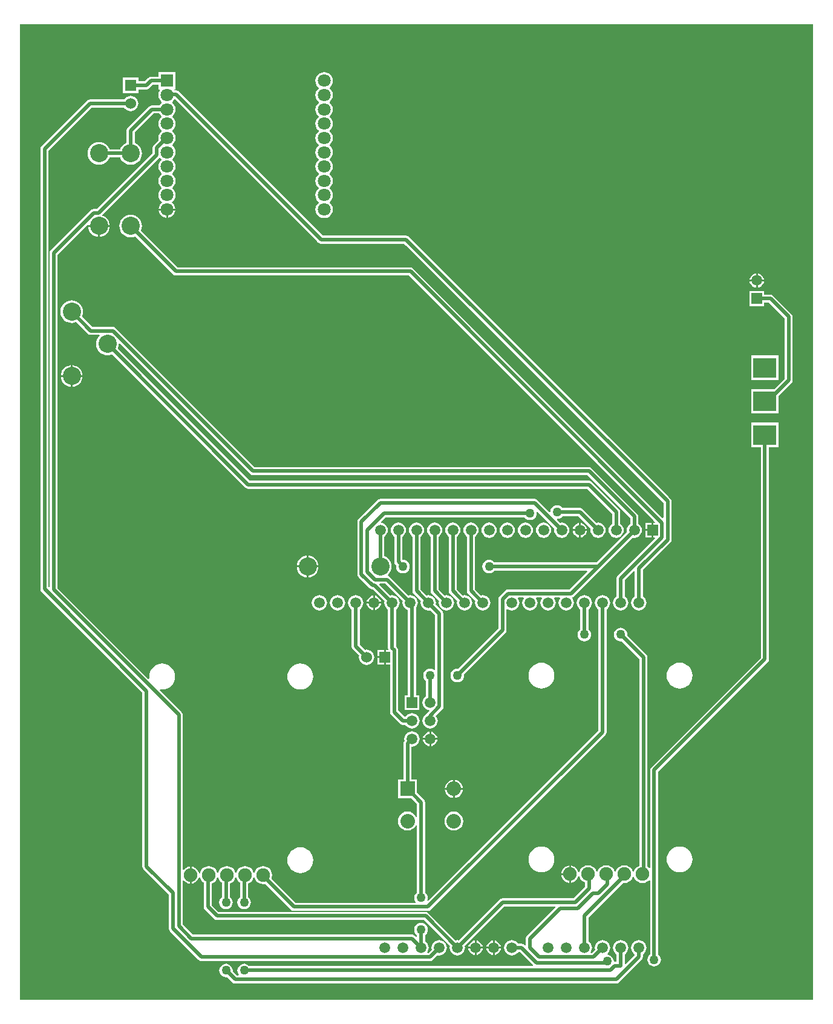
<source format=gbl>
%FSLAX43Y43*%
%MOMM*%
G71*
G01*
G75*
G04 Layer_Physical_Order=2*
G04 Layer_Color=16711680*
%ADD10C,0.508*%
%ADD11R,1.800X1.800*%
%ADD12C,1.800*%
%ADD13R,3.200X2.800*%
%ADD14C,1.500*%
%ADD15R,1.500X1.500*%
%ADD16C,2.032*%
%ADD17R,2.032X2.032*%
%ADD18C,1.524*%
%ADD19R,1.524X1.524*%
%ADD20C,2.540*%
%ADD21R,1.524X1.524*%
%ADD22C,1.905*%
%ADD23R,1.500X1.500*%
%ADD24C,1.270*%
G36*
X367937Y151130D02*
X367937Y151130D01*
X367937D01*
Y62593D01*
X256903D01*
Y180340D01*
X256903Y180340D01*
X256903Y180340D01*
Y180340D01*
Y199027D01*
X367937D01*
Y151130D01*
D02*
G37*
%LPC*%
G36*
X329898Y109730D02*
X329544Y109695D01*
X329204Y109591D01*
X328890Y109424D01*
X328616Y109198D01*
X328390Y108924D01*
X328223Y108610D01*
X328119Y108270D01*
X328084Y107916D01*
X328119Y107562D01*
X328223Y107222D01*
X328390Y106908D01*
X328616Y106634D01*
X328890Y106408D01*
X329204Y106241D01*
X329544Y106137D01*
X329898Y106102D01*
X330252Y106137D01*
X330592Y106241D01*
X330906Y106408D01*
X331180Y106634D01*
X331406Y106908D01*
X331573Y107222D01*
X331677Y107562D01*
X331712Y107916D01*
X331677Y108270D01*
X331573Y108610D01*
X331406Y108924D01*
X331180Y109198D01*
X330906Y109424D01*
X330592Y109591D01*
X330252Y109695D01*
X329898Y109730D01*
D02*
G37*
G36*
X296162Y109603D02*
X295808Y109568D01*
X295468Y109464D01*
X295154Y109297D01*
X294880Y109071D01*
X294654Y108797D01*
X294487Y108483D01*
X294383Y108143D01*
X294348Y107789D01*
X294383Y107435D01*
X294487Y107095D01*
X294654Y106781D01*
X294880Y106507D01*
X295154Y106281D01*
X295468Y106114D01*
X295808Y106010D01*
X296162Y105975D01*
X296516Y106010D01*
X296856Y106114D01*
X297170Y106281D01*
X297444Y106507D01*
X297670Y106781D01*
X297837Y107095D01*
X297941Y107435D01*
X297976Y107789D01*
X297941Y108143D01*
X297837Y108483D01*
X297670Y108797D01*
X297444Y109071D01*
X297170Y109297D01*
X296856Y109464D01*
X296516Y109568D01*
X296162Y109603D01*
D02*
G37*
G36*
X312420Y129334D02*
X312145Y129298D01*
X311888Y129191D01*
X311668Y129022D01*
X311499Y128802D01*
X311392Y128545D01*
X311356Y128270D01*
X311392Y127995D01*
X311499Y127738D01*
X311668Y127518D01*
X311850Y127378D01*
Y119761D01*
X311894Y119543D01*
X312017Y119358D01*
X313037Y118338D01*
X313007Y118110D01*
X313043Y117835D01*
X313150Y117578D01*
X313319Y117358D01*
X313539Y117189D01*
X313796Y117082D01*
X314071Y117046D01*
X314299Y117076D01*
X315025Y116350D01*
Y108741D01*
X314911Y108685D01*
X314799Y108771D01*
X314570Y108866D01*
X314325Y108898D01*
X314080Y108866D01*
X313851Y108771D01*
X313655Y108620D01*
X313504Y108424D01*
X313409Y108195D01*
X313377Y107950D01*
X313409Y107705D01*
X313504Y107476D01*
X313655Y107280D01*
X313755Y107203D01*
Y105032D01*
X313573Y104892D01*
X313404Y104672D01*
X313297Y104415D01*
X313261Y104140D01*
X313297Y103865D01*
X313404Y103608D01*
X313573Y103388D01*
X313793Y103219D01*
X314050Y103112D01*
X314166Y103097D01*
X314207Y102977D01*
X313922Y102692D01*
X313814Y102530D01*
X313793Y102521D01*
X313573Y102352D01*
X313404Y102132D01*
X313297Y101875D01*
X313261Y101600D01*
X313297Y101325D01*
X313404Y101068D01*
X313573Y100848D01*
X313793Y100679D01*
X314050Y100572D01*
X314325Y100536D01*
X314600Y100572D01*
X314857Y100679D01*
X315077Y100848D01*
X315246Y101068D01*
X315353Y101325D01*
X315389Y101600D01*
X315353Y101875D01*
X315246Y102132D01*
X315128Y102286D01*
X316037Y103195D01*
X316160Y103380D01*
X316204Y103598D01*
Y105449D01*
X316165Y105644D01*
Y116586D01*
X316121Y116804D01*
X315998Y116989D01*
X315105Y117882D01*
X315135Y118110D01*
X315099Y118385D01*
X314992Y118642D01*
X314823Y118862D01*
X314603Y119031D01*
X314346Y119138D01*
X314071Y119174D01*
X313843Y119144D01*
X312990Y119997D01*
Y127378D01*
X313172Y127518D01*
X313341Y127738D01*
X313448Y127995D01*
X313484Y128270D01*
X313448Y128545D01*
X313341Y128802D01*
X313172Y129022D01*
X312952Y129191D01*
X312695Y129298D01*
X312420Y129334D01*
D02*
G37*
G36*
X349248Y109730D02*
X348894Y109695D01*
X348554Y109591D01*
X348240Y109424D01*
X347966Y109198D01*
X347740Y108924D01*
X347573Y108610D01*
X347469Y108270D01*
X347434Y107916D01*
X347469Y107562D01*
X347573Y107222D01*
X347740Y106908D01*
X347966Y106634D01*
X348240Y106408D01*
X348554Y106241D01*
X348894Y106137D01*
X349248Y106102D01*
X349602Y106137D01*
X349942Y106241D01*
X350256Y106408D01*
X350530Y106634D01*
X350756Y106908D01*
X350923Y107222D01*
X351027Y107562D01*
X351062Y107916D01*
X351027Y108270D01*
X350923Y108610D01*
X350756Y108924D01*
X350530Y109198D01*
X350256Y109424D01*
X349942Y109591D01*
X349602Y109695D01*
X349248Y109730D01*
D02*
G37*
G36*
X314452Y100056D02*
Y99187D01*
X315321D01*
X315303Y99322D01*
X315202Y99566D01*
X315041Y99776D01*
X314831Y99937D01*
X314587Y100038D01*
X314452Y100056D01*
D02*
G37*
G36*
X314198Y98933D02*
X313329D01*
X313347Y98798D01*
X313448Y98554D01*
X313609Y98344D01*
X313819Y98183D01*
X314063Y98082D01*
X314198Y98064D01*
Y98933D01*
D02*
G37*
G36*
X317777Y93339D02*
Y92202D01*
X318914D01*
X318887Y92407D01*
X318759Y92715D01*
X318556Y92981D01*
X318290Y93184D01*
X317982Y93312D01*
X317777Y93339D01*
D02*
G37*
G36*
X314198Y100056D02*
X314063Y100038D01*
X313819Y99937D01*
X313609Y99776D01*
X313448Y99566D01*
X313347Y99322D01*
X313329Y99187D01*
X314198D01*
Y100056D01*
D02*
G37*
G36*
X315321Y98933D02*
X314452D01*
Y98064D01*
X314587Y98082D01*
X314831Y98183D01*
X315041Y98344D01*
X315202Y98554D01*
X315303Y98798D01*
X315321Y98933D01*
D02*
G37*
G36*
X314960Y129334D02*
X314685Y129298D01*
X314428Y129191D01*
X314208Y129022D01*
X314039Y128802D01*
X313932Y128545D01*
X313896Y128270D01*
X313932Y127995D01*
X314039Y127738D01*
X314208Y127518D01*
X314390Y127378D01*
Y119761D01*
X314434Y119543D01*
X314557Y119358D01*
X314557Y119358D01*
X314557Y119358D01*
X315577Y118338D01*
X315547Y118110D01*
X315583Y117835D01*
X315690Y117578D01*
X315859Y117358D01*
X316079Y117189D01*
X316336Y117082D01*
X316611Y117046D01*
X316886Y117082D01*
X317143Y117189D01*
X317363Y117358D01*
X317532Y117578D01*
X317639Y117835D01*
X317675Y118110D01*
X317639Y118385D01*
X317532Y118642D01*
X317363Y118862D01*
X317143Y119031D01*
X316886Y119138D01*
X316611Y119174D01*
X316383Y119144D01*
X315530Y119997D01*
Y127378D01*
X315712Y127518D01*
X315881Y127738D01*
X315988Y127995D01*
X316024Y128270D01*
X315988Y128545D01*
X315881Y128802D01*
X315712Y129022D01*
X315492Y129191D01*
X315235Y129298D01*
X314960Y129334D01*
D02*
G37*
G36*
X301371Y119174D02*
X301096Y119138D01*
X300839Y119031D01*
X300619Y118862D01*
X300450Y118642D01*
X300343Y118385D01*
X300307Y118110D01*
X300343Y117835D01*
X300450Y117578D01*
X300619Y117358D01*
X300839Y117189D01*
X301096Y117082D01*
X301371Y117046D01*
X301646Y117082D01*
X301903Y117189D01*
X302123Y117358D01*
X302292Y117578D01*
X302399Y117835D01*
X302435Y118110D01*
X302399Y118385D01*
X302292Y118642D01*
X302123Y118862D01*
X301903Y119031D01*
X301646Y119138D01*
X301371Y119174D01*
D02*
G37*
G36*
X320040Y129334D02*
X319765Y129298D01*
X319508Y129191D01*
X319288Y129022D01*
X319119Y128802D01*
X319012Y128545D01*
X318976Y128270D01*
X319012Y127995D01*
X319119Y127738D01*
X319288Y127518D01*
X319470Y127378D01*
Y119761D01*
X319514Y119543D01*
X319637Y119358D01*
X320657Y118338D01*
X320627Y118110D01*
X320663Y117835D01*
X320770Y117578D01*
X320939Y117358D01*
X321159Y117189D01*
X321416Y117082D01*
X321691Y117046D01*
X321966Y117082D01*
X322223Y117189D01*
X322443Y117358D01*
X322612Y117578D01*
X322719Y117835D01*
X322755Y118110D01*
X322719Y118385D01*
X322612Y118642D01*
X322443Y118862D01*
X322223Y119031D01*
X321966Y119138D01*
X321691Y119174D01*
X321463Y119144D01*
X320610Y119997D01*
Y127378D01*
X320792Y127518D01*
X320961Y127738D01*
X321068Y127995D01*
X321104Y128270D01*
X321068Y128545D01*
X320961Y128802D01*
X320792Y129022D01*
X320572Y129191D01*
X320315Y129298D01*
X320040Y129334D01*
D02*
G37*
G36*
X317500D02*
X317225Y129298D01*
X316968Y129191D01*
X316748Y129022D01*
X316579Y128802D01*
X316472Y128545D01*
X316436Y128270D01*
X316472Y127995D01*
X316579Y127738D01*
X316748Y127518D01*
X316930Y127378D01*
Y119761D01*
X316974Y119543D01*
X317097Y119358D01*
X317097Y119358D01*
X317097Y119358D01*
X318117Y118338D01*
X318087Y118110D01*
X318123Y117835D01*
X318230Y117578D01*
X318399Y117358D01*
X318619Y117189D01*
X318876Y117082D01*
X319151Y117046D01*
X319426Y117082D01*
X319683Y117189D01*
X319903Y117358D01*
X320072Y117578D01*
X320179Y117835D01*
X320215Y118110D01*
X320179Y118385D01*
X320072Y118642D01*
X319903Y118862D01*
X319683Y119031D01*
X319426Y119138D01*
X319151Y119174D01*
X318923Y119144D01*
X318070Y119997D01*
Y127378D01*
X318252Y127518D01*
X318421Y127738D01*
X318528Y127995D01*
X318564Y128270D01*
X318528Y128545D01*
X318421Y128802D01*
X318252Y129022D01*
X318032Y129191D01*
X317775Y129298D01*
X317500Y129334D01*
D02*
G37*
G36*
X298831Y119174D02*
X298556Y119138D01*
X298299Y119031D01*
X298079Y118862D01*
X297910Y118642D01*
X297803Y118385D01*
X297767Y118110D01*
X297803Y117835D01*
X297910Y117578D01*
X298079Y117358D01*
X298299Y117189D01*
X298556Y117082D01*
X298831Y117046D01*
X299106Y117082D01*
X299363Y117189D01*
X299583Y117358D01*
X299752Y117578D01*
X299859Y117835D01*
X299895Y118110D01*
X299859Y118385D01*
X299752Y118642D01*
X299583Y118862D01*
X299363Y119031D01*
X299106Y119138D01*
X298831Y119174D01*
D02*
G37*
G36*
X307848Y110363D02*
X306959D01*
Y109474D01*
X307848D01*
Y110363D01*
D02*
G37*
G36*
X303911Y119174D02*
X303636Y119138D01*
X303379Y119031D01*
X303159Y118862D01*
X302990Y118642D01*
X302883Y118385D01*
X302847Y118110D01*
X302883Y117835D01*
X302990Y117578D01*
X303159Y117358D01*
X303341Y117218D01*
Y112014D01*
X303385Y111796D01*
X303508Y111611D01*
X304390Y110729D01*
X304359Y110490D01*
X304396Y110212D01*
X304503Y109952D01*
X304674Y109729D01*
X304897Y109558D01*
X305157Y109451D01*
X305435Y109414D01*
X305714Y109451D01*
X305973Y109558D01*
X306196Y109729D01*
X306367Y109952D01*
X306474Y110212D01*
X306511Y110490D01*
X306474Y110768D01*
X306367Y111028D01*
X306196Y111251D01*
X305973Y111422D01*
X305714Y111529D01*
X305435Y111566D01*
X305196Y111535D01*
X304481Y112250D01*
Y117218D01*
X304663Y117358D01*
X304832Y117578D01*
X304939Y117835D01*
X304975Y118110D01*
X304939Y118385D01*
X304832Y118642D01*
X304663Y118862D01*
X304443Y119031D01*
X304186Y119138D01*
X303911Y119174D01*
D02*
G37*
G36*
X335915D02*
X335640Y119138D01*
X335383Y119031D01*
X335163Y118862D01*
X334994Y118642D01*
X334887Y118385D01*
X334851Y118110D01*
X334887Y117835D01*
X334994Y117578D01*
X335163Y117358D01*
X335345Y117218D01*
Y114412D01*
X335245Y114335D01*
X335094Y114139D01*
X334999Y113910D01*
X334967Y113665D01*
X334999Y113420D01*
X335094Y113191D01*
X335245Y112995D01*
X335441Y112844D01*
X335670Y112749D01*
X335915Y112717D01*
X336160Y112749D01*
X336389Y112844D01*
X336585Y112995D01*
X336736Y113191D01*
X336831Y113420D01*
X336863Y113665D01*
X336831Y113910D01*
X336736Y114139D01*
X336585Y114335D01*
X336485Y114412D01*
Y117218D01*
X336667Y117358D01*
X336836Y117578D01*
X336943Y117835D01*
X336979Y118110D01*
X336943Y118385D01*
X336836Y118642D01*
X336667Y118862D01*
X336447Y119031D01*
X336190Y119138D01*
X335915Y119174D01*
D02*
G37*
G36*
X307848Y111506D02*
X306959D01*
Y110617D01*
X307848D01*
Y111506D01*
D02*
G37*
G36*
X323088Y70846D02*
X322953Y70828D01*
X322709Y70727D01*
X322499Y70566D01*
X322338Y70356D01*
X322237Y70112D01*
X322219Y69977D01*
X323088D01*
Y70846D01*
D02*
G37*
G36*
X320802D02*
Y69977D01*
X321671D01*
X321653Y70112D01*
X321552Y70356D01*
X321391Y70566D01*
X321181Y70727D01*
X320937Y70828D01*
X320802Y70846D01*
D02*
G37*
G36*
X333756Y80010D02*
X332683D01*
X332708Y79822D01*
X332829Y79529D01*
X333023Y79277D01*
X333275Y79083D01*
X333568Y78962D01*
X333756Y78937D01*
Y80010D01*
D02*
G37*
G36*
X323342Y70846D02*
Y69977D01*
X324211D01*
X324193Y70112D01*
X324092Y70356D01*
X323931Y70566D01*
X323721Y70727D01*
X323477Y70828D01*
X323342Y70846D01*
D02*
G37*
G36*
X320548D02*
X320413Y70828D01*
X320169Y70727D01*
X319959Y70566D01*
X319798Y70356D01*
X319697Y70112D01*
X319679Y69977D01*
X320548D01*
Y70846D01*
D02*
G37*
G36*
X321671Y69723D02*
X320802D01*
Y68854D01*
X320937Y68872D01*
X321181Y68973D01*
X321391Y69134D01*
X321552Y69344D01*
X321653Y69588D01*
X321671Y69723D01*
D02*
G37*
G36*
X320548D02*
X319679D01*
X319697Y69588D01*
X319798Y69344D01*
X319959Y69134D01*
X320169Y68973D01*
X320413Y68872D01*
X320548Y68854D01*
Y69723D01*
D02*
G37*
G36*
X324211D02*
X323342D01*
Y68854D01*
X323477Y68872D01*
X323721Y68973D01*
X323931Y69134D01*
X324092Y69344D01*
X324193Y69588D01*
X324211Y69723D01*
D02*
G37*
G36*
X323088D02*
X322219D01*
X322237Y69588D01*
X322338Y69344D01*
X322499Y69134D01*
X322709Y68973D01*
X322953Y68872D01*
X323088Y68854D01*
Y69723D01*
D02*
G37*
G36*
X317523Y91948D02*
X316386D01*
X316413Y91743D01*
X316541Y91435D01*
X316744Y91169D01*
X317010Y90966D01*
X317318Y90838D01*
X317523Y90811D01*
Y91948D01*
D02*
G37*
G36*
X317650Y88907D02*
X317305Y88862D01*
X316984Y88729D01*
X316708Y88517D01*
X316496Y88241D01*
X316363Y87920D01*
X316318Y87575D01*
X316363Y87230D01*
X316496Y86909D01*
X316708Y86633D01*
X316984Y86421D01*
X317305Y86288D01*
X317650Y86243D01*
X317995Y86288D01*
X318316Y86421D01*
X318592Y86633D01*
X318804Y86909D01*
X318937Y87230D01*
X318982Y87575D01*
X318937Y87920D01*
X318804Y88241D01*
X318592Y88517D01*
X318316Y88729D01*
X317995Y88862D01*
X317650Y88907D01*
D02*
G37*
G36*
X317523Y93339D02*
X317318Y93312D01*
X317010Y93184D01*
X316744Y92981D01*
X316541Y92715D01*
X316413Y92407D01*
X316386Y92202D01*
X317523D01*
Y93339D01*
D02*
G37*
G36*
X318914Y91948D02*
X317777D01*
Y90811D01*
X317982Y90838D01*
X318290Y90966D01*
X318556Y91169D01*
X318759Y91435D01*
X318887Y91743D01*
X318914Y91948D01*
D02*
G37*
G36*
X363080Y143305D02*
X359270D01*
Y139895D01*
X360605D01*
Y110434D01*
X345278Y95107D01*
X345155Y94922D01*
X345112Y94704D01*
Y81007D01*
X344991Y80966D01*
X344940Y81034D01*
X344740Y81187D01*
Y110490D01*
X344696Y110708D01*
X344573Y110893D01*
X341926Y113539D01*
X341943Y113665D01*
X341911Y113910D01*
X341816Y114139D01*
X341665Y114335D01*
X341469Y114486D01*
X341240Y114581D01*
X340995Y114613D01*
X340750Y114581D01*
X340521Y114486D01*
X340325Y114335D01*
X340174Y114139D01*
X340079Y113910D01*
X340047Y113665D01*
X340079Y113420D01*
X340174Y113191D01*
X340325Y112995D01*
X340521Y112844D01*
X340750Y112749D01*
X340995Y112717D01*
X341121Y112734D01*
X343600Y110254D01*
Y81314D01*
X343409Y81235D01*
X343146Y81034D01*
X342945Y80771D01*
X342836Y80510D01*
X342710D01*
X342601Y80771D01*
X342400Y81034D01*
X342137Y81235D01*
X341831Y81362D01*
X341503Y81405D01*
X341175Y81362D01*
X340869Y81235D01*
X340606Y81034D01*
X340405Y80771D01*
X340297Y80510D01*
X340169D01*
X340061Y80771D01*
X339860Y81034D01*
X339597Y81235D01*
X339291Y81362D01*
X338963Y81405D01*
X338635Y81362D01*
X338329Y81235D01*
X338066Y81034D01*
X337865Y80771D01*
X337757Y80510D01*
X337629D01*
X337521Y80771D01*
X337320Y81034D01*
X337057Y81235D01*
X336751Y81362D01*
X336423Y81405D01*
X336095Y81362D01*
X335789Y81235D01*
X335526Y81034D01*
X335325Y80771D01*
X335198Y80465D01*
X335191Y80411D01*
X335064D01*
X335058Y80452D01*
X334937Y80745D01*
X334743Y80997D01*
X334491Y81191D01*
X334198Y81312D01*
X334010Y81337D01*
Y80137D01*
Y78937D01*
X334198Y78962D01*
X334491Y79083D01*
X334743Y79277D01*
X334937Y79529D01*
X335058Y79822D01*
X335064Y79863D01*
X335191D01*
X335198Y79809D01*
X335325Y79503D01*
X335526Y79240D01*
X335789Y79039D01*
X335980Y78960D01*
Y78341D01*
X334409Y76770D01*
X324485D01*
X324267Y76726D01*
X324082Y76603D01*
X318363Y70884D01*
X318135Y70914D01*
X317907Y70884D01*
X314093Y74698D01*
X313908Y74821D01*
X313690Y74865D01*
X284716D01*
X283780Y75801D01*
Y78832D01*
X283971Y78912D01*
X284234Y79113D01*
X284435Y79376D01*
X284543Y79637D01*
X284671D01*
X284779Y79376D01*
X284980Y79113D01*
X285180Y78960D01*
Y76947D01*
X285080Y76870D01*
X284929Y76674D01*
X284834Y76445D01*
X284802Y76200D01*
X284834Y75955D01*
X284929Y75726D01*
X285080Y75530D01*
X285276Y75379D01*
X285505Y75284D01*
X285750Y75252D01*
X285995Y75284D01*
X286224Y75379D01*
X286420Y75530D01*
X286571Y75726D01*
X286666Y75955D01*
X286698Y76200D01*
X286666Y76445D01*
X286571Y76674D01*
X286420Y76870D01*
X286320Y76947D01*
Y78832D01*
X286511Y78912D01*
X286774Y79113D01*
X286975Y79376D01*
X287083Y79637D01*
X287211D01*
X287319Y79376D01*
X287520Y79113D01*
X287720Y78960D01*
Y76947D01*
X287620Y76870D01*
X287469Y76674D01*
X287374Y76445D01*
X287342Y76200D01*
X287374Y75955D01*
X287469Y75726D01*
X287620Y75530D01*
X287816Y75379D01*
X288045Y75284D01*
X288290Y75252D01*
X288535Y75284D01*
X288764Y75379D01*
X288960Y75530D01*
X289111Y75726D01*
X289206Y75955D01*
X289238Y76200D01*
X289206Y76445D01*
X289111Y76674D01*
X288960Y76870D01*
X288860Y76947D01*
Y78832D01*
X289051Y78912D01*
X289314Y79113D01*
X289515Y79376D01*
X289624Y79637D01*
X289750D01*
X289859Y79376D01*
X290060Y79113D01*
X290323Y78912D01*
X290629Y78785D01*
X290957Y78742D01*
X291253Y78781D01*
X294872Y75162D01*
X295057Y75039D01*
X295275Y74995D01*
X313995D01*
X314213Y75039D01*
X314398Y75162D01*
X338858Y99622D01*
X338981Y99807D01*
X339025Y100025D01*
X339025Y100025D01*
X339025Y100025D01*
Y100025D01*
Y117218D01*
X339207Y117358D01*
X339376Y117578D01*
X339483Y117835D01*
X339519Y118110D01*
X339483Y118385D01*
X339376Y118642D01*
X339207Y118862D01*
X338987Y119031D01*
X338730Y119138D01*
X338455Y119174D01*
X338180Y119138D01*
X337923Y119031D01*
X337703Y118862D01*
X337534Y118642D01*
X337427Y118385D01*
X337391Y118110D01*
X337427Y117835D01*
X337534Y117578D01*
X337703Y117358D01*
X337885Y117218D01*
Y100261D01*
X314029Y76405D01*
X313923Y76475D01*
X313971Y76590D01*
X314003Y76835D01*
X313971Y77080D01*
X313876Y77309D01*
X313725Y77505D01*
X313625Y77582D01*
Y90170D01*
X313581Y90388D01*
X313458Y90573D01*
X312471Y91560D01*
Y93396D01*
X311720D01*
Y97939D01*
X311785Y97996D01*
X312060Y98032D01*
X312317Y98139D01*
X312537Y98308D01*
X312706Y98528D01*
X312813Y98785D01*
X312849Y99060D01*
X312813Y99335D01*
X312706Y99592D01*
X312537Y99812D01*
X312317Y99981D01*
X312060Y100088D01*
X311785Y100124D01*
X311510Y100088D01*
X311253Y99981D01*
X311033Y99812D01*
X310864Y99592D01*
X310757Y99335D01*
X310721Y99060D01*
X310751Y98832D01*
X310747Y98828D01*
X310624Y98643D01*
X310580Y98425D01*
Y93396D01*
X309829D01*
Y90754D01*
X311665D01*
X312485Y89934D01*
Y88128D01*
X312361Y88104D01*
X312304Y88241D01*
X312092Y88517D01*
X311816Y88729D01*
X311495Y88862D01*
X311150Y88907D01*
X310805Y88862D01*
X310484Y88729D01*
X310208Y88517D01*
X309996Y88241D01*
X309863Y87920D01*
X309818Y87575D01*
X309863Y87230D01*
X309996Y86909D01*
X310208Y86633D01*
X310484Y86421D01*
X310805Y86288D01*
X311150Y86243D01*
X311495Y86288D01*
X311816Y86421D01*
X312092Y86633D01*
X312304Y86909D01*
X312361Y87046D01*
X312485Y87022D01*
Y77582D01*
X312385Y77505D01*
X312234Y77309D01*
X312139Y77080D01*
X312107Y76835D01*
X312139Y76590D01*
X312234Y76361D01*
X312320Y76249D01*
X312264Y76135D01*
X295511D01*
X292118Y79528D01*
X292182Y79682D01*
X292225Y80010D01*
X292182Y80338D01*
X292055Y80644D01*
X291854Y80907D01*
X291591Y81108D01*
X291285Y81235D01*
X290957Y81278D01*
X290629Y81235D01*
X290323Y81108D01*
X290060Y80907D01*
X289859Y80644D01*
X289750Y80383D01*
X289624D01*
X289515Y80644D01*
X289314Y80907D01*
X289051Y81108D01*
X288745Y81235D01*
X288417Y81278D01*
X288089Y81235D01*
X287783Y81108D01*
X287520Y80907D01*
X287319Y80644D01*
X287211Y80383D01*
X287083D01*
X286975Y80644D01*
X286774Y80907D01*
X286511Y81108D01*
X286205Y81235D01*
X285877Y81278D01*
X285549Y81235D01*
X285243Y81108D01*
X284980Y80907D01*
X284779Y80644D01*
X284671Y80383D01*
X284543D01*
X284435Y80644D01*
X284234Y80907D01*
X283971Y81108D01*
X283665Y81235D01*
X283337Y81278D01*
X283009Y81235D01*
X282703Y81108D01*
X282440Y80907D01*
X282239Y80644D01*
X282112Y80338D01*
X282105Y80284D01*
X281978D01*
X281972Y80325D01*
X281851Y80618D01*
X281658Y80870D01*
X281405Y81064D01*
X281112Y81185D01*
X280924Y81210D01*
Y80010D01*
Y78810D01*
X281112Y78835D01*
X281405Y78956D01*
X281658Y79150D01*
X281851Y79402D01*
X281972Y79695D01*
X281978Y79736D01*
X282105D01*
X282112Y79682D01*
X282239Y79376D01*
X282440Y79113D01*
X282640Y78960D01*
Y75565D01*
X282684Y75347D01*
X282807Y75162D01*
X282807Y75162D01*
X282807Y75162D01*
X284077Y73892D01*
X284262Y73769D01*
X284480Y73725D01*
X313454D01*
X317101Y70078D01*
X317071Y69850D01*
X317107Y69575D01*
X317214Y69318D01*
X317383Y69098D01*
X317603Y68929D01*
X317860Y68822D01*
X318135Y68786D01*
X318410Y68822D01*
X318667Y68929D01*
X318887Y69098D01*
X319056Y69318D01*
X319163Y69575D01*
X319199Y69850D01*
X319169Y70078D01*
X324721Y75630D01*
X331834D01*
X331882Y75513D01*
X327892Y71523D01*
X327769Y71338D01*
X327725Y71120D01*
Y70242D01*
X327608Y70193D01*
X327548Y70253D01*
X327364Y70376D01*
X327146Y70420D01*
X326647D01*
X326507Y70602D01*
X326287Y70771D01*
X326030Y70878D01*
X325755Y70914D01*
X325480Y70878D01*
X325223Y70771D01*
X325003Y70602D01*
X324834Y70382D01*
X324727Y70125D01*
X324691Y69850D01*
X324727Y69575D01*
X324834Y69318D01*
X325003Y69098D01*
X325223Y68929D01*
X325480Y68822D01*
X325755Y68786D01*
X326030Y68822D01*
X326287Y68929D01*
X326507Y69098D01*
X326647Y69280D01*
X326910D01*
X328751Y67438D01*
X328703Y67321D01*
X288979D01*
X288960Y67345D01*
X288764Y67496D01*
X288535Y67591D01*
X288290Y67623D01*
X288045Y67591D01*
X287816Y67496D01*
X287620Y67345D01*
X287469Y67149D01*
X287374Y66920D01*
X287342Y66675D01*
X287374Y66430D01*
X287469Y66201D01*
X287555Y66089D01*
X287499Y65975D01*
X287256D01*
X286681Y66549D01*
X286698Y66675D01*
X286666Y66920D01*
X286571Y67149D01*
X286420Y67345D01*
X286224Y67496D01*
X285995Y67591D01*
X285750Y67623D01*
X285505Y67591D01*
X285276Y67496D01*
X285080Y67345D01*
X284929Y67149D01*
X284834Y66920D01*
X284802Y66675D01*
X284834Y66430D01*
X284929Y66201D01*
X285080Y66005D01*
X285276Y65854D01*
X285505Y65759D01*
X285750Y65727D01*
X285876Y65744D01*
X286617Y65002D01*
X286802Y64879D01*
X287020Y64835D01*
X340360D01*
X340578Y64879D01*
X340763Y65002D01*
X343938Y68177D01*
X344061Y68362D01*
X344105Y68580D01*
Y68958D01*
X344287Y69098D01*
X344456Y69318D01*
X344563Y69575D01*
X344599Y69850D01*
X344563Y70125D01*
X344456Y70382D01*
X344287Y70602D01*
X344067Y70771D01*
X343810Y70878D01*
X343535Y70914D01*
X343260Y70878D01*
X343003Y70771D01*
X342783Y70602D01*
X342614Y70382D01*
X342507Y70125D01*
X342471Y69850D01*
X342507Y69575D01*
X342614Y69318D01*
X342783Y69098D01*
X342965Y68958D01*
Y68816D01*
X341682Y67533D01*
X341565Y67581D01*
Y68958D01*
X341747Y69098D01*
X341916Y69318D01*
X342023Y69575D01*
X342059Y69850D01*
X342023Y70125D01*
X341916Y70382D01*
X341747Y70602D01*
X341527Y70771D01*
X341270Y70878D01*
X340995Y70914D01*
X340720Y70878D01*
X340463Y70771D01*
X340243Y70602D01*
X340074Y70382D01*
X339967Y70125D01*
X339931Y69850D01*
X339967Y69575D01*
X340074Y69318D01*
X340243Y69098D01*
X340425Y68958D01*
Y67880D01*
X340143D01*
X340140Y67879D01*
X340037Y67953D01*
X340006Y68190D01*
X339911Y68419D01*
X339760Y68615D01*
X339564Y68766D01*
X339335Y68861D01*
X339127Y68888D01*
X339094Y69011D01*
X339207Y69098D01*
X339376Y69318D01*
X339483Y69575D01*
X339519Y69850D01*
X339483Y70125D01*
X339376Y70382D01*
X339207Y70602D01*
X338987Y70771D01*
X338730Y70878D01*
X338455Y70914D01*
X338180Y70878D01*
X337923Y70771D01*
X337703Y70602D01*
X337534Y70382D01*
X337427Y70125D01*
X337391Y69850D01*
X337421Y69622D01*
X336928Y69128D01*
X336802Y69149D01*
X336765Y69225D01*
X336836Y69318D01*
X336943Y69575D01*
X336979Y69850D01*
X336943Y70125D01*
X336836Y70382D01*
X336667Y70602D01*
X336485Y70742D01*
Y74059D01*
X341319Y78893D01*
X341503Y78869D01*
X341831Y78912D01*
X342137Y79039D01*
X342400Y79240D01*
X342601Y79503D01*
X342710Y79764D01*
X342836D01*
X342945Y79503D01*
X343146Y79240D01*
X343409Y79039D01*
X343715Y78912D01*
X344043Y78869D01*
X344371Y78912D01*
X344677Y79039D01*
X344940Y79240D01*
X344991Y79308D01*
X345112Y79267D01*
Y68934D01*
X345011Y68857D01*
X344860Y68660D01*
X344766Y68432D01*
X344733Y68186D01*
X344766Y67941D01*
X344860Y67712D01*
X345011Y67516D01*
X345207Y67365D01*
X345436Y67271D01*
X345681Y67238D01*
X345927Y67271D01*
X346155Y67365D01*
X346352Y67516D01*
X346502Y67712D01*
X346597Y67941D01*
X346629Y68186D01*
X346597Y68432D01*
X346502Y68660D01*
X346352Y68857D01*
X346251Y68934D01*
Y94468D01*
X361578Y109795D01*
X361578Y109795D01*
X361578Y109795D01*
X361701Y109980D01*
X361745Y110198D01*
Y139895D01*
X363080D01*
Y143305D01*
D02*
G37*
G36*
X296162Y83903D02*
X295808Y83868D01*
X295468Y83764D01*
X295154Y83597D01*
X294880Y83371D01*
X294654Y83097D01*
X294487Y82783D01*
X294383Y82443D01*
X294348Y82089D01*
X294383Y81735D01*
X294487Y81395D01*
X294654Y81081D01*
X294880Y80807D01*
X295154Y80581D01*
X295468Y80414D01*
X295808Y80310D01*
X296162Y80275D01*
X296516Y80310D01*
X296856Y80414D01*
X297170Y80581D01*
X297444Y80807D01*
X297670Y81081D01*
X297837Y81395D01*
X297941Y81735D01*
X297976Y82089D01*
X297941Y82443D01*
X297837Y82783D01*
X297670Y83097D01*
X297444Y83371D01*
X297170Y83597D01*
X296856Y83764D01*
X296516Y83868D01*
X296162Y83903D01*
D02*
G37*
G36*
X333756Y81337D02*
X333568Y81312D01*
X333275Y81191D01*
X333023Y80997D01*
X332829Y80745D01*
X332708Y80452D01*
X332683Y80264D01*
X333756D01*
Y81337D01*
D02*
G37*
G36*
X349248Y84030D02*
X348894Y83995D01*
X348554Y83891D01*
X348240Y83724D01*
X347966Y83498D01*
X347740Y83224D01*
X347573Y82910D01*
X347469Y82570D01*
X347434Y82216D01*
X347469Y81862D01*
X347573Y81522D01*
X347740Y81208D01*
X347966Y80934D01*
X348240Y80708D01*
X348554Y80541D01*
X348894Y80437D01*
X349248Y80402D01*
X349602Y80437D01*
X349942Y80541D01*
X350256Y80708D01*
X350530Y80934D01*
X350756Y81208D01*
X350923Y81522D01*
X351027Y81862D01*
X351062Y82216D01*
X351027Y82570D01*
X350923Y82910D01*
X350756Y83224D01*
X350530Y83498D01*
X350256Y83724D01*
X349942Y83891D01*
X349602Y83995D01*
X349248Y84030D01*
D02*
G37*
G36*
X329898D02*
X329544Y83995D01*
X329204Y83891D01*
X328890Y83724D01*
X328616Y83498D01*
X328390Y83224D01*
X328223Y82910D01*
X328119Y82570D01*
X328084Y82216D01*
X328119Y81862D01*
X328223Y81522D01*
X328390Y81208D01*
X328616Y80934D01*
X328890Y80708D01*
X329204Y80541D01*
X329544Y80437D01*
X329898Y80402D01*
X330252Y80437D01*
X330592Y80541D01*
X330906Y80708D01*
X331180Y80934D01*
X331406Y81208D01*
X331573Y81522D01*
X331677Y81862D01*
X331712Y82216D01*
X331677Y82570D01*
X331573Y82910D01*
X331406Y83224D01*
X331180Y83498D01*
X330906Y83724D01*
X330592Y83891D01*
X330252Y83995D01*
X329898Y84030D01*
D02*
G37*
G36*
X264033Y151349D02*
X263861Y151332D01*
X263574Y151245D01*
X263309Y151103D01*
X263077Y150913D01*
X262887Y150681D01*
X262745Y150416D01*
X262658Y150129D01*
X262641Y149957D01*
X264033D01*
Y151349D01*
D02*
G37*
G36*
X363080Y152705D02*
X359270D01*
Y149295D01*
X363080D01*
Y152705D01*
D02*
G37*
G36*
X359918Y163068D02*
X359049D01*
X359067Y162933D01*
X359168Y162689D01*
X359329Y162479D01*
X359539Y162318D01*
X359783Y162217D01*
X359918Y162199D01*
Y163068D01*
D02*
G37*
G36*
X264287Y151349D02*
Y149957D01*
X265679D01*
X265662Y150129D01*
X265575Y150416D01*
X265433Y150681D01*
X265243Y150913D01*
X265011Y151103D01*
X264746Y151245D01*
X264459Y151332D01*
X264287Y151349D01*
D02*
G37*
G36*
X361100Y161710D02*
X358990D01*
Y159600D01*
X361100D01*
Y160085D01*
X361714D01*
X363920Y157879D01*
Y149461D01*
X362464Y148005D01*
X359270D01*
Y144595D01*
X363080D01*
Y147009D01*
X364893Y148822D01*
X364893Y148822D01*
X364893Y148822D01*
X365016Y149007D01*
X365060Y149225D01*
Y158115D01*
X365016Y158333D01*
X364893Y158518D01*
X362353Y161058D01*
X362168Y161181D01*
X361950Y161225D01*
X361100D01*
Y161710D01*
D02*
G37*
G36*
X345313Y129274D02*
X344436D01*
Y128397D01*
X345313D01*
Y129274D01*
D02*
G37*
G36*
X335407Y129266D02*
Y128397D01*
X336276D01*
X336258Y128532D01*
X336157Y128776D01*
X335996Y128986D01*
X335786Y129147D01*
X335542Y129248D01*
X335407Y129266D01*
D02*
G37*
G36*
X265679Y149703D02*
X264287D01*
Y148311D01*
X264459Y148328D01*
X264746Y148415D01*
X265011Y148557D01*
X265243Y148747D01*
X265433Y148979D01*
X265575Y149244D01*
X265662Y149531D01*
X265679Y149703D01*
D02*
G37*
G36*
X264033D02*
X262641D01*
X262658Y149531D01*
X262745Y149244D01*
X262887Y148979D01*
X263077Y148747D01*
X263309Y148557D01*
X263574Y148415D01*
X263861Y148328D01*
X264033Y148311D01*
Y149703D01*
D02*
G37*
G36*
X277368Y173008D02*
X276348D01*
X276371Y172834D01*
X276487Y172553D01*
X276672Y172312D01*
X276913Y172127D01*
X277194Y172011D01*
X277368Y171988D01*
Y173008D01*
D02*
G37*
G36*
X299491Y192350D02*
X299176Y192309D01*
X298883Y192187D01*
X298632Y191994D01*
X298439Y191743D01*
X298317Y191450D01*
X298276Y191135D01*
X298317Y190820D01*
X298439Y190527D01*
X298632Y190276D01*
X298732Y190199D01*
Y190072D01*
X298632Y189994D01*
X298439Y189743D01*
X298317Y189450D01*
X298276Y189135D01*
X298317Y188820D01*
X298439Y188527D01*
X298632Y188276D01*
X298732Y188199D01*
Y188072D01*
X298632Y187994D01*
X298439Y187743D01*
X298317Y187450D01*
X298276Y187135D01*
X298317Y186820D01*
X298439Y186527D01*
X298632Y186276D01*
X298732Y186199D01*
Y186072D01*
X298632Y185994D01*
X298439Y185743D01*
X298317Y185450D01*
X298276Y185135D01*
X298317Y184820D01*
X298439Y184527D01*
X298632Y184276D01*
X298732Y184199D01*
Y184072D01*
X298632Y183994D01*
X298439Y183743D01*
X298317Y183450D01*
X298276Y183135D01*
X298317Y182820D01*
X298439Y182527D01*
X298632Y182276D01*
X298732Y182199D01*
Y182072D01*
X298632Y181994D01*
X298439Y181743D01*
X298317Y181450D01*
X298276Y181135D01*
X298317Y180820D01*
X298439Y180527D01*
X298632Y180276D01*
X298732Y180199D01*
Y180072D01*
X298632Y179994D01*
X298439Y179743D01*
X298317Y179450D01*
X298276Y179135D01*
X298317Y178820D01*
X298439Y178527D01*
X298632Y178276D01*
X298732Y178199D01*
Y178072D01*
X298632Y177994D01*
X298439Y177743D01*
X298317Y177450D01*
X298276Y177135D01*
X298317Y176820D01*
X298439Y176527D01*
X298632Y176276D01*
X298732Y176199D01*
Y176072D01*
X298632Y175994D01*
X298439Y175743D01*
X298317Y175450D01*
X298276Y175135D01*
X298317Y174820D01*
X298439Y174527D01*
X298632Y174276D01*
X298732Y174199D01*
Y174072D01*
X298632Y173994D01*
X298439Y173743D01*
X298317Y173450D01*
X298276Y173135D01*
X298317Y172820D01*
X298439Y172527D01*
X298632Y172276D01*
X298883Y172083D01*
X299176Y171961D01*
X299491Y171920D01*
X299806Y171961D01*
X300099Y172083D01*
X300350Y172276D01*
X300543Y172527D01*
X300665Y172820D01*
X300706Y173135D01*
X300665Y173450D01*
X300543Y173743D01*
X300350Y173994D01*
X300250Y174072D01*
Y174199D01*
X300350Y174276D01*
X300543Y174527D01*
X300665Y174820D01*
X300706Y175135D01*
X300665Y175450D01*
X300543Y175743D01*
X300350Y175994D01*
X300250Y176072D01*
Y176199D01*
X300350Y176276D01*
X300543Y176527D01*
X300665Y176820D01*
X300706Y177135D01*
X300665Y177450D01*
X300543Y177743D01*
X300350Y177994D01*
X300250Y178072D01*
Y178199D01*
X300350Y178276D01*
X300543Y178527D01*
X300665Y178820D01*
X300706Y179135D01*
X300665Y179450D01*
X300543Y179743D01*
X300350Y179994D01*
X300250Y180072D01*
Y180199D01*
X300350Y180276D01*
X300543Y180527D01*
X300665Y180820D01*
X300706Y181135D01*
X300665Y181450D01*
X300543Y181743D01*
X300350Y181994D01*
X300250Y182072D01*
Y182199D01*
X300350Y182276D01*
X300543Y182527D01*
X300665Y182820D01*
X300706Y183135D01*
X300665Y183450D01*
X300543Y183743D01*
X300350Y183994D01*
X300250Y184072D01*
Y184199D01*
X300350Y184276D01*
X300543Y184527D01*
X300665Y184820D01*
X300706Y185135D01*
X300665Y185450D01*
X300543Y185743D01*
X300350Y185994D01*
X300250Y186072D01*
Y186199D01*
X300350Y186276D01*
X300543Y186527D01*
X300665Y186820D01*
X300706Y187135D01*
X300665Y187450D01*
X300543Y187743D01*
X300350Y187994D01*
X300250Y188072D01*
Y188199D01*
X300350Y188276D01*
X300543Y188527D01*
X300665Y188820D01*
X300706Y189135D01*
X300665Y189450D01*
X300543Y189743D01*
X300350Y189994D01*
X300250Y190072D01*
Y190199D01*
X300350Y190276D01*
X300543Y190527D01*
X300665Y190820D01*
X300706Y191135D01*
X300665Y191450D01*
X300543Y191743D01*
X300350Y191994D01*
X300099Y192187D01*
X299806Y192309D01*
X299491Y192350D01*
D02*
G37*
G36*
X278700Y192340D02*
X276290D01*
Y191705D01*
X275260D01*
X275042Y191661D01*
X274857Y191538D01*
X274389Y191070D01*
X273482D01*
Y191567D01*
X271348D01*
Y189433D01*
X273482D01*
Y189930D01*
X274625D01*
X274843Y189974D01*
X275028Y190097D01*
X275028Y190097D01*
X275028Y190097D01*
X275496Y190565D01*
X276290D01*
Y189930D01*
X276443D01*
X276499Y189816D01*
X276443Y189743D01*
X276321Y189450D01*
X276280Y189135D01*
X276321Y188820D01*
X276443Y188527D01*
X276636Y188276D01*
X276736Y188199D01*
Y188072D01*
X276636Y187994D01*
X276443Y187743D01*
X276427Y187705D01*
X275400D01*
X275182Y187661D01*
X274997Y187538D01*
X272012Y184553D01*
X271889Y184368D01*
X271845Y184150D01*
Y182448D01*
X271809Y182437D01*
X271536Y182291D01*
X271296Y182094D01*
X271099Y181854D01*
X270953Y181581D01*
X270942Y181545D01*
X269443D01*
X269432Y181581D01*
X269286Y181854D01*
X269089Y182094D01*
X268849Y182291D01*
X268576Y182437D01*
X268279Y182527D01*
X267970Y182557D01*
X267661Y182527D01*
X267364Y182437D01*
X267091Y182291D01*
X266851Y182094D01*
X266654Y181854D01*
X266508Y181581D01*
X266418Y181284D01*
X266388Y180975D01*
X266418Y180666D01*
X266508Y180369D01*
X266654Y180096D01*
X266851Y179856D01*
X267091Y179659D01*
X267364Y179513D01*
X267661Y179423D01*
X267970Y179393D01*
X268279Y179423D01*
X268576Y179513D01*
X268849Y179659D01*
X269089Y179856D01*
X269286Y180096D01*
X269432Y180369D01*
X269443Y180405D01*
X270942D01*
X270953Y180369D01*
X271099Y180096D01*
X271296Y179856D01*
X271536Y179659D01*
X271809Y179513D01*
X272106Y179423D01*
X272415Y179393D01*
X272724Y179423D01*
X273021Y179513D01*
X273294Y179659D01*
X273534Y179856D01*
X273731Y180096D01*
X273877Y180369D01*
X273967Y180666D01*
X273997Y180975D01*
X273967Y181284D01*
X273877Y181581D01*
X273731Y181854D01*
X273534Y182094D01*
X273294Y182291D01*
X273021Y182437D01*
X272985Y182448D01*
Y183914D01*
X275636Y186565D01*
X276427D01*
X276443Y186527D01*
X276636Y186276D01*
X276736Y186199D01*
Y186072D01*
X276636Y185994D01*
X276443Y185743D01*
X276321Y185450D01*
X276280Y185135D01*
X276321Y184820D01*
X276443Y184527D01*
X276636Y184276D01*
X276736Y184199D01*
Y184072D01*
X276636Y183994D01*
X276443Y183743D01*
X276321Y183450D01*
X276280Y183135D01*
X276320Y182829D01*
X275633Y182142D01*
X275510Y181957D01*
X275466Y181739D01*
Y181022D01*
X267658Y173214D01*
X267212D01*
X266994Y173170D01*
X266810Y173047D01*
X261217Y167454D01*
X261094Y167269D01*
X261050Y167051D01*
Y120334D01*
X261025Y120324D01*
X260920Y120395D01*
Y181374D01*
X266936Y187390D01*
X271508D01*
X271654Y187199D01*
X271877Y187028D01*
X272137Y186921D01*
X272415Y186884D01*
X272693Y186921D01*
X272953Y187028D01*
X273176Y187199D01*
X273347Y187422D01*
X273454Y187682D01*
X273491Y187960D01*
X273454Y188238D01*
X273347Y188498D01*
X273176Y188721D01*
X272953Y188892D01*
X272693Y188999D01*
X272415Y189036D01*
X272137Y188999D01*
X271877Y188892D01*
X271654Y188721D01*
X271508Y188530D01*
X266700D01*
X266482Y188486D01*
X266297Y188363D01*
X259947Y182013D01*
X259824Y181828D01*
X259780Y181610D01*
Y120063D01*
X259824Y119845D01*
X259947Y119660D01*
X274056Y105551D01*
Y81236D01*
X274100Y81018D01*
X274223Y80833D01*
X274223Y80833D01*
X274223Y80833D01*
X277776Y77281D01*
Y72537D01*
X277820Y72319D01*
X277943Y72134D01*
X281939Y68138D01*
X281939Y68138D01*
X281939D01*
X281939Y68138D01*
X281939D01*
X281939Y68138D01*
Y68138D01*
Y68138D01*
D01*
D01*
X281939D01*
Y68138D01*
X282123Y68015D01*
X282341Y67971D01*
X314286D01*
X314504Y68015D01*
X314689Y68138D01*
X314689Y68138D01*
X314689Y68138D01*
X315367Y68816D01*
X315595Y68786D01*
X315870Y68822D01*
X316127Y68929D01*
X316347Y69098D01*
X316516Y69318D01*
X316623Y69575D01*
X316659Y69850D01*
X316623Y70125D01*
X316516Y70382D01*
X316347Y70602D01*
X316127Y70771D01*
X315870Y70878D01*
X315595Y70914D01*
X315320Y70878D01*
X315063Y70771D01*
X314843Y70602D01*
X314674Y70382D01*
X314567Y70125D01*
X314531Y69850D01*
X314561Y69622D01*
X314068Y69128D01*
X313942Y69149D01*
X313905Y69225D01*
X313976Y69318D01*
X314083Y69575D01*
X314119Y69850D01*
X314083Y70125D01*
X313976Y70382D01*
X313807Y70602D01*
X313625Y70742D01*
Y71643D01*
X313725Y71720D01*
X313876Y71916D01*
X313971Y72145D01*
X314003Y72390D01*
X313971Y72635D01*
X313876Y72864D01*
X313725Y73060D01*
X313529Y73211D01*
X313300Y73306D01*
X313055Y73338D01*
X312810Y73306D01*
X312581Y73211D01*
X312385Y73060D01*
X312234Y72864D01*
X312139Y72635D01*
X312107Y72390D01*
X312139Y72145D01*
X312234Y71916D01*
X312385Y71720D01*
X312485Y71643D01*
Y71391D01*
X312368Y71343D01*
X312149Y71562D01*
X311964Y71685D01*
X311746Y71729D01*
X307433D01*
X307238Y71690D01*
X281148D01*
X279728Y73109D01*
Y79223D01*
X279849Y79264D01*
X279937Y79150D01*
X280189Y78956D01*
X280482Y78835D01*
X280670Y78810D01*
Y80010D01*
Y81210D01*
X280482Y81185D01*
X280189Y81064D01*
X279937Y80870D01*
X279849Y80756D01*
X279728Y80797D01*
Y102404D01*
X279685Y102622D01*
X279562Y102807D01*
X276480Y105888D01*
X276534Y106003D01*
X276812Y105975D01*
X277166Y106010D01*
X277506Y106114D01*
X277820Y106281D01*
X278094Y106507D01*
X278320Y106781D01*
X278487Y107095D01*
X278591Y107435D01*
X278626Y107789D01*
X278591Y108143D01*
X278487Y108483D01*
X278320Y108797D01*
X278094Y109071D01*
X277820Y109297D01*
X277506Y109464D01*
X277166Y109568D01*
X276812Y109603D01*
X276458Y109568D01*
X276118Y109464D01*
X275804Y109297D01*
X275530Y109071D01*
X275304Y108797D01*
X275137Y108483D01*
X275033Y108143D01*
X274998Y107789D01*
X275026Y107511D01*
X274911Y107457D01*
X262190Y120178D01*
Y166815D01*
X266333Y170958D01*
X266367Y170942D01*
X269489D01*
X269472Y171114D01*
X269385Y171401D01*
X269243Y171666D01*
X269053Y171898D01*
X268821Y172088D01*
X268556Y172230D01*
X268467Y172257D01*
X268436Y172380D01*
X276436Y180380D01*
X276562Y180371D01*
X276636Y180276D01*
X276736Y180199D01*
Y180072D01*
X276636Y179994D01*
X276443Y179743D01*
X276321Y179450D01*
X276280Y179135D01*
X276321Y178820D01*
X276443Y178527D01*
X276636Y178276D01*
X276736Y178199D01*
Y178072D01*
X276636Y177994D01*
X276443Y177743D01*
X276321Y177450D01*
X276280Y177135D01*
X276321Y176820D01*
X276443Y176527D01*
X276636Y176276D01*
X276736Y176199D01*
Y176072D01*
X276636Y175994D01*
X276443Y175743D01*
X276321Y175450D01*
X276280Y175135D01*
X276321Y174820D01*
X276443Y174527D01*
X276636Y174276D01*
X276778Y174166D01*
X276778Y174039D01*
X276672Y173958D01*
X276487Y173717D01*
X276371Y173436D01*
X276348Y173262D01*
X278642D01*
X278619Y173436D01*
X278503Y173717D01*
X278318Y173958D01*
X278212Y174039D01*
X278212Y174166D01*
X278354Y174276D01*
X278547Y174527D01*
X278669Y174820D01*
X278710Y175135D01*
X278669Y175450D01*
X278547Y175743D01*
X278354Y175994D01*
X278254Y176072D01*
Y176199D01*
X278354Y176276D01*
X278547Y176527D01*
X278669Y176820D01*
X278710Y177135D01*
X278669Y177450D01*
X278547Y177743D01*
X278354Y177994D01*
X278254Y178072D01*
Y178199D01*
X278354Y178276D01*
X278547Y178527D01*
X278669Y178820D01*
X278710Y179135D01*
X278669Y179450D01*
X278547Y179743D01*
X278354Y179994D01*
X278254Y180072D01*
Y180199D01*
X278354Y180276D01*
X278547Y180527D01*
X278669Y180820D01*
X278710Y181135D01*
X278669Y181450D01*
X278547Y181743D01*
X278354Y181994D01*
X278254Y182072D01*
Y182199D01*
X278354Y182276D01*
X278547Y182527D01*
X278669Y182820D01*
X278710Y183135D01*
X278669Y183450D01*
X278547Y183743D01*
X278354Y183994D01*
X278254Y184072D01*
Y184199D01*
X278354Y184276D01*
X278547Y184527D01*
X278669Y184820D01*
X278710Y185135D01*
X278669Y185450D01*
X278547Y185743D01*
X278354Y185994D01*
X278254Y186072D01*
Y186199D01*
X278354Y186276D01*
X278547Y186527D01*
X278669Y186820D01*
X278710Y187135D01*
X278669Y187450D01*
X278547Y187743D01*
X278354Y187994D01*
X278254Y188072D01*
Y188199D01*
X278354Y188276D01*
X278538Y188516D01*
X278665Y188524D01*
X298682Y168507D01*
X298682Y168507D01*
X298682D01*
X298682Y168507D01*
X298682D01*
X298682Y168507D01*
Y168507D01*
Y168507D01*
D01*
D01*
X298682D01*
Y168507D01*
X298867Y168384D01*
X299085Y168340D01*
X310712D01*
X346992Y132061D01*
Y130019D01*
X346875Y129970D01*
X311977Y164868D01*
X311792Y164991D01*
X311574Y165035D01*
X279001D01*
X273859Y170176D01*
X273877Y170209D01*
X273967Y170506D01*
X273997Y170815D01*
X273967Y171124D01*
X273877Y171421D01*
X273731Y171694D01*
X273534Y171934D01*
X273294Y172131D01*
X273021Y172277D01*
X272724Y172367D01*
X272415Y172397D01*
X272106Y172367D01*
X271809Y172277D01*
X271536Y172131D01*
X271296Y171934D01*
X271099Y171694D01*
X270953Y171421D01*
X270863Y171124D01*
X270833Y170815D01*
X270863Y170506D01*
X270953Y170209D01*
X271099Y169936D01*
X271296Y169696D01*
X271536Y169499D01*
X271809Y169353D01*
X272106Y169263D01*
X272415Y169233D01*
X272724Y169263D01*
X273021Y169353D01*
X273054Y169371D01*
X278362Y164062D01*
X278362Y164062D01*
X278362D01*
X278362Y164062D01*
X278362D01*
X278362Y164062D01*
Y164062D01*
Y164062D01*
D01*
D01*
X278362D01*
Y164062D01*
X278547Y163939D01*
X278765Y163895D01*
X311338D01*
X345842Y129391D01*
X345793Y129274D01*
X345567D01*
Y128270D01*
Y127266D01*
X345755D01*
X345803Y127149D01*
X340592Y121938D01*
X340469Y121753D01*
X340425Y121535D01*
Y119002D01*
X340243Y118862D01*
X340074Y118642D01*
X339967Y118385D01*
X339931Y118110D01*
X339967Y117835D01*
X340074Y117578D01*
X340243Y117358D01*
X340463Y117189D01*
X340720Y117082D01*
X340995Y117046D01*
X341270Y117082D01*
X341527Y117189D01*
X341747Y117358D01*
X341916Y117578D01*
X342023Y117835D01*
X342059Y118110D01*
X342023Y118385D01*
X341916Y118642D01*
X341747Y118862D01*
X341565Y119002D01*
Y121299D01*
X342848Y122582D01*
X342965Y122533D01*
Y119002D01*
X342783Y118862D01*
X342614Y118642D01*
X342507Y118385D01*
X342471Y118110D01*
X342507Y117835D01*
X342614Y117578D01*
X342783Y117358D01*
X343003Y117189D01*
X343260Y117082D01*
X343535Y117046D01*
X343810Y117082D01*
X344067Y117189D01*
X344287Y117358D01*
X344456Y117578D01*
X344563Y117835D01*
X344599Y118110D01*
X344563Y118385D01*
X344456Y118642D01*
X344287Y118862D01*
X344105Y119002D01*
Y122689D01*
X347964Y126549D01*
X348088Y126734D01*
X348131Y126952D01*
Y132297D01*
X348088Y132515D01*
X347964Y132699D01*
X311351Y169313D01*
X311166Y169436D01*
X310948Y169480D01*
X299321D01*
X279168Y189633D01*
X278983Y189756D01*
X278765Y189800D01*
X278603D01*
X278536Y189908D01*
X278547Y189930D01*
X278700D01*
Y192340D01*
D02*
G37*
G36*
X278642Y173008D02*
X277622D01*
Y171988D01*
X277796Y172011D01*
X278077Y172127D01*
X278318Y172312D01*
X278503Y172553D01*
X278619Y172834D01*
X278642Y173008D01*
D02*
G37*
G36*
X269489Y170688D02*
X268097D01*
Y169296D01*
X268269Y169313D01*
X268556Y169400D01*
X268821Y169542D01*
X269053Y169732D01*
X269243Y169964D01*
X269385Y170229D01*
X269472Y170516D01*
X269489Y170688D01*
D02*
G37*
G36*
X359918Y164191D02*
X359783Y164173D01*
X359539Y164072D01*
X359329Y163911D01*
X359168Y163701D01*
X359067Y163457D01*
X359049Y163322D01*
X359918D01*
Y164191D01*
D02*
G37*
G36*
X361041Y163068D02*
X360172D01*
Y162199D01*
X360307Y162217D01*
X360551Y162318D01*
X360761Y162479D01*
X360922Y162689D01*
X361023Y162933D01*
X361041Y163068D01*
D02*
G37*
G36*
X267843Y170688D02*
X266451D01*
X266468Y170516D01*
X266555Y170229D01*
X266697Y169964D01*
X266887Y169732D01*
X267119Y169542D01*
X267384Y169400D01*
X267671Y169313D01*
X267843Y169296D01*
Y170688D01*
D02*
G37*
G36*
X360172Y164191D02*
Y163322D01*
X361041D01*
X361023Y163457D01*
X360922Y163701D01*
X360761Y163911D01*
X360551Y164072D01*
X360307Y164173D01*
X360172Y164191D01*
D02*
G37*
G36*
X335153Y129266D02*
X335018Y129248D01*
X334774Y129147D01*
X334564Y128986D01*
X334403Y128776D01*
X334302Y128532D01*
X334284Y128397D01*
X335153D01*
Y129266D01*
D02*
G37*
G36*
X309880Y129334D02*
X309605Y129298D01*
X309348Y129191D01*
X309128Y129022D01*
X308959Y128802D01*
X308852Y128545D01*
X308816Y128270D01*
X308852Y127995D01*
X308959Y127738D01*
X309128Y127518D01*
X309310Y127378D01*
Y123825D01*
X309354Y123607D01*
X309477Y123422D01*
X309584Y123316D01*
X309567Y123190D01*
X309599Y122945D01*
X309694Y122716D01*
X309845Y122520D01*
X310041Y122369D01*
X310270Y122274D01*
X310515Y122242D01*
X310760Y122274D01*
X310989Y122369D01*
X311185Y122520D01*
X311336Y122716D01*
X311431Y122945D01*
X311463Y123190D01*
X311431Y123435D01*
X311336Y123664D01*
X311185Y123860D01*
X310989Y124011D01*
X310760Y124106D01*
X310515Y124138D01*
X310450Y124195D01*
Y127378D01*
X310632Y127518D01*
X310801Y127738D01*
X310908Y127995D01*
X310944Y128270D01*
X310908Y128545D01*
X310801Y128802D01*
X310632Y129022D01*
X310412Y129191D01*
X310155Y129298D01*
X309880Y129334D01*
D02*
G37*
G36*
X298699Y123063D02*
X297307D01*
Y121671D01*
X297479Y121688D01*
X297766Y121775D01*
X298031Y121917D01*
X298263Y122107D01*
X298453Y122339D01*
X298595Y122604D01*
X298682Y122891D01*
X298699Y123063D01*
D02*
G37*
G36*
X297307Y124709D02*
Y123317D01*
X298699D01*
X298682Y123489D01*
X298595Y123776D01*
X298453Y124041D01*
X298263Y124273D01*
X298031Y124463D01*
X297766Y124605D01*
X297479Y124692D01*
X297307Y124709D01*
D02*
G37*
G36*
X297053D02*
X296881Y124692D01*
X296594Y124605D01*
X296329Y124463D01*
X296097Y124273D01*
X295907Y124041D01*
X295765Y123776D01*
X295678Y123489D01*
X295661Y123317D01*
X297053D01*
Y124709D01*
D02*
G37*
G36*
Y123063D02*
X295661D01*
X295678Y122891D01*
X295765Y122604D01*
X295907Y122339D01*
X296097Y122107D01*
X296329Y121917D01*
X296594Y121775D01*
X296881Y121688D01*
X297053Y121671D01*
Y123063D01*
D02*
G37*
G36*
X307447Y117983D02*
X306578D01*
Y117114D01*
X306713Y117132D01*
X306957Y117233D01*
X307167Y117394D01*
X307328Y117604D01*
X307429Y117848D01*
X307447Y117983D01*
D02*
G37*
G36*
X306324D02*
X305455D01*
X305473Y117848D01*
X305574Y117604D01*
X305735Y117394D01*
X305945Y117233D01*
X306189Y117132D01*
X306324Y117114D01*
Y117983D01*
D02*
G37*
G36*
X306578Y119106D02*
Y118237D01*
X307447D01*
X307429Y118372D01*
X307328Y118616D01*
X307167Y118826D01*
X306957Y118987D01*
X306713Y119088D01*
X306578Y119106D01*
D02*
G37*
G36*
X306324D02*
X306189Y119088D01*
X305945Y118987D01*
X305735Y118826D01*
X305574Y118616D01*
X305473Y118372D01*
X305455Y118237D01*
X306324D01*
Y119106D01*
D02*
G37*
G36*
X345313Y128143D02*
X344436D01*
Y127266D01*
X345313D01*
Y128143D01*
D02*
G37*
G36*
X264160Y160412D02*
X263851Y160382D01*
X263554Y160292D01*
X263281Y160146D01*
X263041Y159949D01*
X262844Y159709D01*
X262698Y159436D01*
X262608Y159139D01*
X262578Y158830D01*
X262608Y158521D01*
X262698Y158224D01*
X262844Y157951D01*
X263041Y157711D01*
X263281Y157514D01*
X263554Y157368D01*
X263851Y157278D01*
X264160Y157248D01*
X264469Y157278D01*
X264766Y157368D01*
X264799Y157386D01*
X266428Y155756D01*
X266428Y155756D01*
X266428D01*
X266428Y155756D01*
X266428D01*
X266428Y155756D01*
Y155756D01*
Y155756D01*
D01*
D01*
X266428D01*
Y155756D01*
X266613Y155632D01*
X266831Y155589D01*
X268023D01*
X268066Y155469D01*
X268041Y155449D01*
X267844Y155209D01*
X267698Y154936D01*
X267608Y154639D01*
X267578Y154330D01*
X267608Y154021D01*
X267698Y153724D01*
X267844Y153451D01*
X268041Y153211D01*
X268281Y153014D01*
X268554Y152868D01*
X268851Y152778D01*
X269160Y152748D01*
X269469Y152778D01*
X269766Y152868D01*
X269799Y152886D01*
X288467Y134217D01*
X288467Y134217D01*
X288467D01*
X288467Y134217D01*
X288467D01*
X288467Y134217D01*
Y134217D01*
Y134217D01*
D01*
D01*
X288467D01*
Y134217D01*
X288652Y134094D01*
X288870Y134050D01*
X336314D01*
X339790Y130574D01*
Y129162D01*
X339608Y129022D01*
X339439Y128802D01*
X339332Y128545D01*
X339296Y128270D01*
X339332Y127995D01*
X339439Y127738D01*
X339608Y127518D01*
X339828Y127349D01*
X340085Y127242D01*
X340360Y127206D01*
X340635Y127242D01*
X340892Y127349D01*
X341112Y127518D01*
X341281Y127738D01*
X341388Y127995D01*
X341424Y128270D01*
X341388Y128545D01*
X341281Y128802D01*
X341112Y129022D01*
X340930Y129162D01*
Y130810D01*
X340886Y131028D01*
X340763Y131213D01*
X336953Y135023D01*
X336768Y135146D01*
X336550Y135190D01*
X289106D01*
X270604Y153691D01*
X270622Y153724D01*
X270712Y154021D01*
X270742Y154330D01*
X270739Y154362D01*
X270854Y154417D01*
X289148Y136122D01*
X289333Y135999D01*
X289551Y135955D01*
X336314D01*
X342330Y129939D01*
Y129162D01*
X342148Y129022D01*
X341979Y128802D01*
X341872Y128545D01*
X341836Y128270D01*
X341866Y128042D01*
X337584Y123760D01*
X323327D01*
X323250Y123860D01*
X323054Y124011D01*
X322825Y124106D01*
X322580Y124138D01*
X322335Y124106D01*
X322106Y124011D01*
X321910Y123860D01*
X321759Y123664D01*
X321664Y123435D01*
X321632Y123190D01*
X321664Y122945D01*
X321759Y122716D01*
X321910Y122520D01*
X322106Y122369D01*
X322335Y122274D01*
X322580Y122242D01*
X322825Y122274D01*
X323054Y122369D01*
X323250Y122520D01*
X323327Y122620D01*
X336279D01*
X336327Y122503D01*
X333813Y119989D01*
X325213D01*
X324995Y119945D01*
X324810Y119822D01*
X324043Y119055D01*
X323920Y118870D01*
X323876Y118652D01*
Y114497D01*
X318261Y108881D01*
X318135Y108898D01*
X317890Y108866D01*
X317661Y108771D01*
X317465Y108620D01*
X317314Y108424D01*
X317219Y108195D01*
X317187Y107950D01*
X317219Y107705D01*
X317314Y107476D01*
X317465Y107280D01*
X317661Y107129D01*
X317890Y107034D01*
X318135Y107002D01*
X318380Y107034D01*
X318609Y107129D01*
X318805Y107280D01*
X318956Y107476D01*
X319051Y107705D01*
X319083Y107950D01*
X319066Y108076D01*
X324849Y113858D01*
X324973Y114043D01*
X325016Y114261D01*
Y117204D01*
X325130Y117260D01*
X325223Y117189D01*
X325480Y117082D01*
X325755Y117046D01*
X326030Y117082D01*
X326287Y117189D01*
X326507Y117358D01*
X326676Y117578D01*
X326783Y117835D01*
X326819Y118110D01*
X326783Y118385D01*
X326676Y118642D01*
X326605Y118735D01*
X326661Y118849D01*
X327389D01*
X327445Y118735D01*
X327374Y118642D01*
X327267Y118385D01*
X327231Y118110D01*
X327267Y117835D01*
X327374Y117578D01*
X327543Y117358D01*
X327763Y117189D01*
X328020Y117082D01*
X328295Y117046D01*
X328570Y117082D01*
X328827Y117189D01*
X329047Y117358D01*
X329216Y117578D01*
X329323Y117835D01*
X329359Y118110D01*
X329323Y118385D01*
X329216Y118642D01*
X329145Y118735D01*
X329201Y118849D01*
X329929D01*
X329985Y118735D01*
X329914Y118642D01*
X329807Y118385D01*
X329771Y118110D01*
X329807Y117835D01*
X329914Y117578D01*
X330083Y117358D01*
X330303Y117189D01*
X330560Y117082D01*
X330835Y117046D01*
X331110Y117082D01*
X331367Y117189D01*
X331587Y117358D01*
X331756Y117578D01*
X331863Y117835D01*
X331899Y118110D01*
X331863Y118385D01*
X331756Y118642D01*
X331685Y118735D01*
X331741Y118849D01*
X332469D01*
X332525Y118735D01*
X332454Y118642D01*
X332347Y118385D01*
X332311Y118110D01*
X332347Y117835D01*
X332454Y117578D01*
X332623Y117358D01*
X332843Y117189D01*
X333100Y117082D01*
X333375Y117046D01*
X333650Y117082D01*
X333907Y117189D01*
X334127Y117358D01*
X334296Y117578D01*
X334403Y117835D01*
X334439Y118110D01*
X334403Y118385D01*
X334296Y118642D01*
X334199Y118769D01*
X334244Y118888D01*
X334267Y118892D01*
X334452Y119016D01*
X338223Y122787D01*
X338223Y122787D01*
X338223Y122787D01*
X342672Y127236D01*
X342900Y127206D01*
X343175Y127242D01*
X343432Y127349D01*
X343652Y127518D01*
X343821Y127738D01*
X343928Y127995D01*
X343964Y128270D01*
X343928Y128545D01*
X343821Y128802D01*
X343652Y129022D01*
X343470Y129162D01*
Y130175D01*
X343426Y130393D01*
X343303Y130578D01*
X336953Y136928D01*
X336768Y137051D01*
X336550Y137095D01*
X289787D01*
X270320Y156562D01*
X270136Y156685D01*
X269918Y156729D01*
X267067D01*
X265604Y158191D01*
X265622Y158224D01*
X265712Y158521D01*
X265742Y158830D01*
X265712Y159139D01*
X265622Y159436D01*
X265476Y159709D01*
X265279Y159949D01*
X265039Y160146D01*
X264766Y160292D01*
X264469Y160382D01*
X264160Y160412D01*
D02*
G37*
G36*
X336276Y128143D02*
X335407D01*
Y127274D01*
X335542Y127292D01*
X335786Y127393D01*
X335996Y127554D01*
X336157Y127764D01*
X336258Y128008D01*
X336276Y128143D01*
D02*
G37*
G36*
X335153D02*
X334284D01*
X334302Y128008D01*
X334403Y127764D01*
X334564Y127554D01*
X334774Y127393D01*
X335018Y127292D01*
X335153Y127274D01*
Y128143D01*
D02*
G37*
G36*
X328930Y132650D02*
X307340D01*
X307122Y132606D01*
X306937Y132483D01*
X304296Y129841D01*
X304172Y129656D01*
X304129Y129438D01*
Y122096D01*
X304172Y121878D01*
X304296Y121693D01*
X304296Y121693D01*
X304296Y121693D01*
X304296Y121693D01*
X305843Y120146D01*
D01*
X305843D01*
Y120146D01*
D01*
X305843D01*
Y120146D01*
X305843D01*
X305843Y120146D01*
Y120146D01*
X305843Y120146D01*
Y120146D01*
X306028Y120022D01*
X306246Y119979D01*
X306317D01*
X307957Y118338D01*
X307927Y118110D01*
X307963Y117835D01*
X308070Y117578D01*
X308239Y117358D01*
X308421Y117218D01*
Y111788D01*
X308458Y111604D01*
X308377Y111506D01*
X308102D01*
Y110490D01*
Y109474D01*
X308726D01*
Y102819D01*
X308769Y102601D01*
X308893Y102416D01*
X308893Y102416D01*
X308893Y102416D01*
X310112Y101197D01*
X310297Y101074D01*
X310515Y101030D01*
X310893D01*
X311033Y100848D01*
X311253Y100679D01*
X311510Y100572D01*
X311785Y100536D01*
X312060Y100572D01*
X312317Y100679D01*
X312537Y100848D01*
X312706Y101068D01*
X312813Y101325D01*
X312849Y101600D01*
X312813Y101875D01*
X312706Y102132D01*
X312537Y102352D01*
X312317Y102521D01*
X312060Y102628D01*
X311785Y102664D01*
X311510Y102628D01*
X311253Y102521D01*
X311033Y102352D01*
X310893Y102170D01*
X310751D01*
X309866Y103055D01*
Y111483D01*
X309822Y111701D01*
X309699Y111886D01*
X309561Y112024D01*
Y117218D01*
X309743Y117358D01*
X309912Y117578D01*
X310019Y117835D01*
X310055Y118110D01*
X310019Y118385D01*
X309912Y118642D01*
X309743Y118862D01*
X309523Y119031D01*
X309266Y119138D01*
X308991Y119174D01*
X308763Y119144D01*
X307233Y120674D01*
X307281Y120791D01*
X308044D01*
X310497Y118338D01*
X310467Y118110D01*
X310503Y117835D01*
X310610Y117578D01*
X310779Y117358D01*
X310999Y117189D01*
X311215Y117099D01*
Y105195D01*
X310730D01*
Y103085D01*
X312840D01*
Y105195D01*
X312355D01*
Y117451D01*
X312452Y117578D01*
X312559Y117835D01*
X312595Y118110D01*
X312559Y118385D01*
X312452Y118642D01*
X312283Y118862D01*
X312063Y119031D01*
X311806Y119138D01*
X311531Y119174D01*
X311303Y119144D01*
X308683Y121764D01*
X308498Y121888D01*
X308432Y121901D01*
X308401Y122024D01*
X308459Y122071D01*
X308656Y122311D01*
X308802Y122584D01*
X308892Y122881D01*
X308922Y123190D01*
X308892Y123499D01*
X308802Y123796D01*
X308656Y124069D01*
X308459Y124309D01*
X308219Y124506D01*
X307946Y124652D01*
X307910Y124663D01*
Y127378D01*
X308092Y127518D01*
X308261Y127738D01*
X308368Y127995D01*
X308404Y128270D01*
X308368Y128545D01*
X308261Y128802D01*
X308092Y129022D01*
X307872Y129191D01*
X307615Y129298D01*
X307499Y129313D01*
X307458Y129433D01*
X308087Y130062D01*
X327548D01*
X327625Y129962D01*
X327821Y129811D01*
X328050Y129717D01*
X328295Y129684D01*
X328540Y129717D01*
X328769Y129811D01*
X328965Y129962D01*
X329116Y130158D01*
X329211Y130387D01*
X329243Y130632D01*
X329219Y130815D01*
X329333Y130872D01*
X331706Y128498D01*
X331676Y128270D01*
X331712Y127995D01*
X331819Y127738D01*
X331988Y127518D01*
X332208Y127349D01*
X332465Y127242D01*
X332740Y127206D01*
X333015Y127242D01*
X333272Y127349D01*
X333492Y127518D01*
X333661Y127738D01*
X333768Y127995D01*
X333804Y128270D01*
X333768Y128545D01*
X333661Y128802D01*
X333492Y129022D01*
X333272Y129191D01*
X333015Y129298D01*
X332740Y129334D01*
X332512Y129304D01*
X332073Y129743D01*
X332114Y129863D01*
X332350Y129894D01*
X332579Y129989D01*
X332775Y130140D01*
X332852Y130240D01*
X335044D01*
X336786Y128498D01*
X336756Y128270D01*
X336792Y127995D01*
X336899Y127738D01*
X337068Y127518D01*
X337288Y127349D01*
X337545Y127242D01*
X337820Y127206D01*
X338095Y127242D01*
X338352Y127349D01*
X338572Y127518D01*
X338741Y127738D01*
X338848Y127995D01*
X338884Y128270D01*
X338848Y128545D01*
X338741Y128802D01*
X338572Y129022D01*
X338352Y129191D01*
X338095Y129298D01*
X337820Y129334D01*
X337592Y129304D01*
X335683Y131213D01*
X335498Y131336D01*
X335280Y131380D01*
X332852D01*
X332775Y131480D01*
X332579Y131631D01*
X332350Y131726D01*
X332105Y131758D01*
X331860Y131726D01*
X331631Y131631D01*
X331435Y131480D01*
X331284Y131284D01*
X331189Y131055D01*
X331158Y130819D01*
X331038Y130778D01*
X329333Y132483D01*
X329148Y132606D01*
X328930Y132650D01*
D02*
G37*
G36*
X325120Y129334D02*
X324845Y129298D01*
X324588Y129191D01*
X324368Y129022D01*
X324199Y128802D01*
X324092Y128545D01*
X324056Y128270D01*
X324092Y127995D01*
X324199Y127738D01*
X324368Y127518D01*
X324588Y127349D01*
X324845Y127242D01*
X325120Y127206D01*
X325395Y127242D01*
X325652Y127349D01*
X325872Y127518D01*
X326041Y127738D01*
X326148Y127995D01*
X326184Y128270D01*
X326148Y128545D01*
X326041Y128802D01*
X325872Y129022D01*
X325652Y129191D01*
X325395Y129298D01*
X325120Y129334D01*
D02*
G37*
G36*
X322580D02*
X322305Y129298D01*
X322048Y129191D01*
X321828Y129022D01*
X321659Y128802D01*
X321552Y128545D01*
X321516Y128270D01*
X321552Y127995D01*
X321659Y127738D01*
X321828Y127518D01*
X322048Y127349D01*
X322305Y127242D01*
X322580Y127206D01*
X322855Y127242D01*
X323112Y127349D01*
X323332Y127518D01*
X323501Y127738D01*
X323608Y127995D01*
X323644Y128270D01*
X323608Y128545D01*
X323501Y128802D01*
X323332Y129022D01*
X323112Y129191D01*
X322855Y129298D01*
X322580Y129334D01*
D02*
G37*
G36*
X330200D02*
X329925Y129298D01*
X329668Y129191D01*
X329448Y129022D01*
X329279Y128802D01*
X329172Y128545D01*
X329136Y128270D01*
X329172Y127995D01*
X329279Y127738D01*
X329448Y127518D01*
X329668Y127349D01*
X329925Y127242D01*
X330200Y127206D01*
X330475Y127242D01*
X330732Y127349D01*
X330952Y127518D01*
X331121Y127738D01*
X331228Y127995D01*
X331264Y128270D01*
X331228Y128545D01*
X331121Y128802D01*
X330952Y129022D01*
X330732Y129191D01*
X330475Y129298D01*
X330200Y129334D01*
D02*
G37*
G36*
X327660D02*
X327385Y129298D01*
X327128Y129191D01*
X326908Y129022D01*
X326739Y128802D01*
X326632Y128545D01*
X326596Y128270D01*
X326632Y127995D01*
X326739Y127738D01*
X326908Y127518D01*
X327128Y127349D01*
X327385Y127242D01*
X327660Y127206D01*
X327935Y127242D01*
X328192Y127349D01*
X328412Y127518D01*
X328581Y127738D01*
X328688Y127995D01*
X328724Y128270D01*
X328688Y128545D01*
X328581Y128802D01*
X328412Y129022D01*
X328192Y129191D01*
X327935Y129298D01*
X327660Y129334D01*
D02*
G37*
%LPD*%
D10*
X272415Y190500D02*
X274625D01*
X275260Y191135D01*
X277495D01*
X267970Y180975D02*
X272415D01*
X335915Y69850D02*
Y74295D01*
X338455Y100025D02*
Y118110D01*
X272415Y180975D02*
Y184150D01*
X275400Y187135D01*
X277495D01*
X312420Y119761D02*
Y128270D01*
Y119761D02*
X314071Y118110D01*
X314960Y119761D02*
Y128270D01*
Y119761D02*
X316611Y118110D01*
X317500Y119761D02*
Y128270D01*
Y119761D02*
X319151Y118110D01*
X320040Y119761D02*
Y128270D01*
Y119761D02*
X321691Y118110D01*
X303911Y112014D02*
Y118110D01*
Y112014D02*
X305435Y110490D01*
X311785Y104140D02*
Y117856D01*
X311531Y118110D02*
X311785Y117856D01*
X314325Y101600D02*
Y102289D01*
X315634Y103598D01*
Y105449D01*
X315595Y105488D02*
X315634Y105449D01*
X315595Y105488D02*
Y116586D01*
X314071Y118110D02*
X315595Y116586D01*
X307340Y123190D02*
Y128270D01*
X269160Y154330D02*
X288870Y134620D01*
X336550D01*
X340360Y130810D01*
Y128270D02*
Y130810D01*
X340995Y118110D02*
Y121535D01*
X346749Y127289D01*
Y129290D01*
X311574Y164465D02*
X346749Y129290D01*
X278765Y164465D02*
X311574D01*
X272415Y170815D02*
X278765Y164465D01*
X343535Y118110D02*
Y122925D01*
X347562Y126952D01*
Y132297D01*
X310948Y168910D02*
X347562Y132297D01*
X299085Y168910D02*
X310948D01*
X278765Y189230D02*
X299085Y168910D01*
X277590Y189230D02*
X278765D01*
X277495Y189135D02*
X277590Y189230D01*
X311150Y92075D02*
Y98425D01*
X311785Y99060D01*
X311746Y71159D02*
X313055Y69850D01*
X307433Y71159D02*
X311746D01*
X307394Y71120D02*
X307433Y71159D01*
X280912Y71120D02*
X307394D01*
X279159Y72873D02*
X280912Y71120D01*
X279159Y72873D02*
Y102404D01*
X261620Y119942D02*
X279159Y102404D01*
X267212Y172644D02*
X267894D01*
X261620Y119942D02*
Y167051D01*
X267212Y172644D01*
X267894D02*
X276036Y180786D01*
Y181739D01*
X277432Y183135D01*
X277495D01*
X278346Y72537D02*
Y77517D01*
X274626Y81236D02*
X278346Y77517D01*
X274626Y81236D02*
Y105787D01*
X278346Y72537D02*
X282341Y68541D01*
X260350Y120063D02*
X274626Y105787D01*
X260350Y120063D02*
Y181610D01*
X266700Y187960D01*
X272415D01*
X314286Y68541D02*
X315595Y69850D01*
X282341Y68541D02*
X314286D01*
X313690Y74295D02*
X318135Y69850D01*
X324485Y76200D01*
X334645D01*
X336550Y78105D01*
Y80010D01*
X337146Y68541D02*
X338455Y69850D01*
X334982Y75387D02*
X337064Y77470D01*
X337820D01*
X339090Y78740D01*
Y80010D01*
X328295Y69850D02*
X329604Y68541D01*
X328295Y71120D02*
X332562Y75387D01*
X329604Y68541D02*
X337146D01*
X328295Y69850D02*
Y71120D01*
X332562Y75387D02*
X334982D01*
X325755Y69850D02*
X327146D01*
X329267Y67728D01*
X345681Y94704D02*
X361175Y110198D01*
X345681Y68186D02*
Y94704D01*
X361175Y110198D02*
Y141600D01*
X308991Y111788D02*
X309296Y111483D01*
Y102819D02*
Y111483D01*
X310515Y101600D02*
X311785D01*
X309296Y102819D02*
X310515Y101600D01*
X308991Y111788D02*
Y118110D01*
X308280Y121361D02*
X311531Y118110D01*
X306582Y121361D02*
X308280D01*
X305511Y122432D02*
X306582Y121361D01*
X305511Y122432D02*
Y128292D01*
X307851Y130632D01*
X328295D01*
X304698Y122096D02*
Y129438D01*
Y122096D02*
X306246Y120548D01*
X306553D01*
X308991Y118110D01*
X304698Y129438D02*
X307340Y132080D01*
X335280Y130810D02*
X337820Y128270D01*
X332105Y130810D02*
X335280D01*
X328930Y132080D02*
X332740Y128270D01*
X307340Y132080D02*
X328930D01*
X264160Y158830D02*
X266831Y156159D01*
X269918D01*
X289551Y136525D01*
X336550D01*
X342900Y130175D01*
Y128270D02*
Y130175D01*
X325213Y119419D02*
X334049D01*
X324446Y118652D02*
X325213Y119419D01*
X324446Y114261D02*
Y118652D01*
X318135Y107950D02*
X324446Y114261D01*
X314325Y104140D02*
Y107950D01*
X309880Y123825D02*
Y128270D01*
Y123825D02*
X310515Y123190D01*
X322580D02*
X337820D01*
X342900Y128270D01*
X334049Y119419D02*
X337820Y123190D01*
X361175Y146300D02*
X361565D01*
X364490Y149225D01*
X313055Y69850D02*
Y72390D01*
X290830Y80010D02*
X295275Y75565D01*
X313995D01*
X338455Y100025D01*
X313055Y76835D02*
Y90170D01*
X311150Y92075D02*
X313055Y90170D01*
X338873Y67728D02*
X339090Y67945D01*
X329267Y67728D02*
X338873D01*
X340995Y67310D02*
Y69850D01*
X343535Y68580D02*
Y69850D01*
X340360Y65405D02*
X343535Y68580D01*
X340143Y67310D02*
X340995D01*
X339585Y66751D02*
X340143Y67310D01*
X288366Y66751D02*
X339585D01*
X288290Y66675D02*
X288366Y66751D01*
X288290Y76200D02*
Y80010D01*
X283210Y75565D02*
X284480Y74295D01*
X313690D01*
X283210Y75565D02*
Y80010D01*
X285750Y76200D02*
Y80010D01*
Y66675D02*
X287020Y65405D01*
X340360D01*
X344170Y80010D02*
Y110490D01*
X340995Y113665D02*
X344170Y110490D01*
X335915Y113665D02*
Y118110D01*
X360045Y160655D02*
X361950D01*
X364490Y158115D01*
Y149225D02*
Y158115D01*
X335915Y74295D02*
X341503Y79883D01*
Y80137D01*
D11*
X277495Y191135D02*
D03*
D12*
Y189135D02*
D03*
Y187135D02*
D03*
Y185135D02*
D03*
Y183135D02*
D03*
Y181135D02*
D03*
Y179135D02*
D03*
Y177135D02*
D03*
Y175135D02*
D03*
Y173135D02*
D03*
X299491D02*
D03*
Y175135D02*
D03*
Y177135D02*
D03*
Y179135D02*
D03*
Y181135D02*
D03*
Y183135D02*
D03*
Y185135D02*
D03*
Y187135D02*
D03*
Y189135D02*
D03*
Y191135D02*
D03*
D13*
X361175Y146300D02*
D03*
Y151000D02*
D03*
Y141600D02*
D03*
D14*
X360045Y163195D02*
D03*
X314325Y104140D02*
D03*
X311785Y99060D02*
D03*
X314325Y101600D02*
D03*
X311785D02*
D03*
X314325Y99060D02*
D03*
X307340Y128270D02*
D03*
X309880D02*
D03*
X312420D02*
D03*
X314960D02*
D03*
X317500D02*
D03*
X320040D02*
D03*
X322580D02*
D03*
X325120D02*
D03*
X327660D02*
D03*
X330200D02*
D03*
X332740D02*
D03*
X335280D02*
D03*
X337820D02*
D03*
X340360D02*
D03*
X342900D02*
D03*
X298831Y118110D02*
D03*
X343535Y69850D02*
D03*
X340995D02*
D03*
X338455D02*
D03*
X335915D02*
D03*
X333375D02*
D03*
X330835D02*
D03*
X325755D02*
D03*
X323215D02*
D03*
X320675D02*
D03*
X318135D02*
D03*
X315595D02*
D03*
X313055D02*
D03*
X310515D02*
D03*
X307975D02*
D03*
X343535Y118110D02*
D03*
X340995D02*
D03*
X338455D02*
D03*
X335915D02*
D03*
X333375D02*
D03*
X330835D02*
D03*
X328295D02*
D03*
X325755D02*
D03*
X321691D02*
D03*
X319151D02*
D03*
X316611D02*
D03*
X314071D02*
D03*
X311531D02*
D03*
X308991D02*
D03*
X306451D02*
D03*
X303911D02*
D03*
X301371D02*
D03*
D15*
X360045Y160655D02*
D03*
X311785Y104140D02*
D03*
D16*
X317650Y92075D02*
D03*
Y87575D02*
D03*
X311150D02*
D03*
D17*
Y92075D02*
D03*
D18*
X305435Y110490D02*
D03*
X272415Y187960D02*
D03*
D19*
X307975Y110490D02*
D03*
D20*
X264160Y149830D02*
D03*
Y158830D02*
D03*
X269160Y154330D02*
D03*
X267970Y180975D02*
D03*
Y170815D02*
D03*
X307340Y123190D02*
D03*
X297180D02*
D03*
X272415Y170815D02*
D03*
Y180975D02*
D03*
D21*
Y190500D02*
D03*
D22*
X333883Y80137D02*
D03*
X336423D02*
D03*
X338963D02*
D03*
X341503D02*
D03*
X344043D02*
D03*
X280797Y80010D02*
D03*
X283337D02*
D03*
X285877D02*
D03*
X288417D02*
D03*
X290957D02*
D03*
D23*
X345440Y128270D02*
D03*
D24*
X328295Y130632D02*
D03*
X332105Y130810D02*
D03*
X318135Y107950D02*
D03*
X314325D02*
D03*
X310515Y123190D02*
D03*
X322580D02*
D03*
X313055Y72390D02*
D03*
Y76835D02*
D03*
X345681Y68186D02*
D03*
X339090Y67945D02*
D03*
X288290Y66675D02*
D03*
Y76200D02*
D03*
X285750D02*
D03*
Y66675D02*
D03*
X340995Y113665D02*
D03*
X335915D02*
D03*
M02*

</source>
